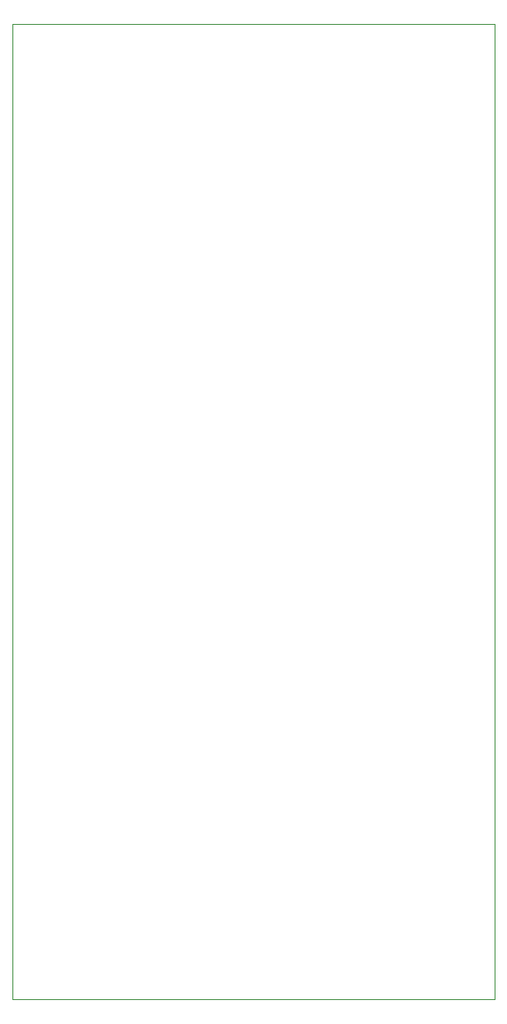
<source format=gm1>
G04 #@! TF.GenerationSoftware,KiCad,Pcbnew,6.0.7-f9a2dced07~116~ubuntu22.04.1*
G04 #@! TF.CreationDate,2022-09-03T08:45:22-04:00*
G04 #@! TF.ProjectId,clock_b2,636c6f63-6b5f-4623-922e-6b696361645f,rev?*
G04 #@! TF.SameCoordinates,Original*
G04 #@! TF.FileFunction,Profile,NP*
%FSLAX46Y46*%
G04 Gerber Fmt 4.6, Leading zero omitted, Abs format (unit mm)*
G04 Created by KiCad (PCBNEW 6.0.7-f9a2dced07~116~ubuntu22.04.1) date 2022-09-03 08:45:22*
%MOMM*%
%LPD*%
G01*
G04 APERTURE LIST*
G04 #@! TA.AperFunction,Profile*
%ADD10C,0.100000*%
G04 #@! TD*
G04 APERTURE END LIST*
D10*
X61000000Y-108000000D02*
X15000000Y-108000000D01*
X61000000Y-15000000D02*
X61000000Y-108000000D01*
X15000000Y-108000000D02*
X15000000Y-15000000D01*
X15000000Y-15000000D02*
X61000000Y-15000000D01*
M02*

</source>
